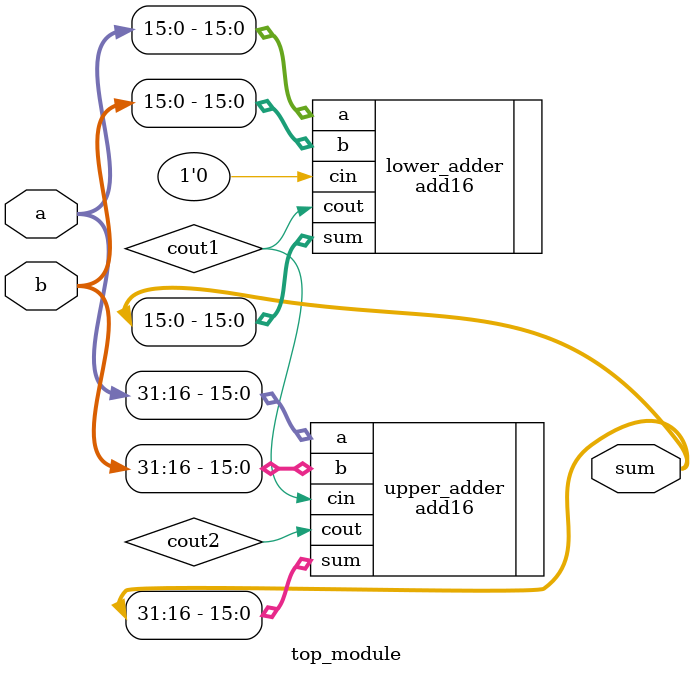
<source format=v>
module top_module (
    input [31:0] a,
    input [31:0] b,
    output [31:0] sum
);
    wire cout1, cout2;
    
    add16 lower_adder (
        .a(a[15:0]),
        .b(b[15:0]),
        .cin(1'b0),
        .sum(sum[15:0]),
        .cout(cout1)
    );
    
    add16 upper_adder (
        .a(a[31:16]),
        .b(b[31:16]),
        .cin(cout1),
        .sum(sum[31:16]),
        .cout(cout2)
    );
endmodule
</source>
